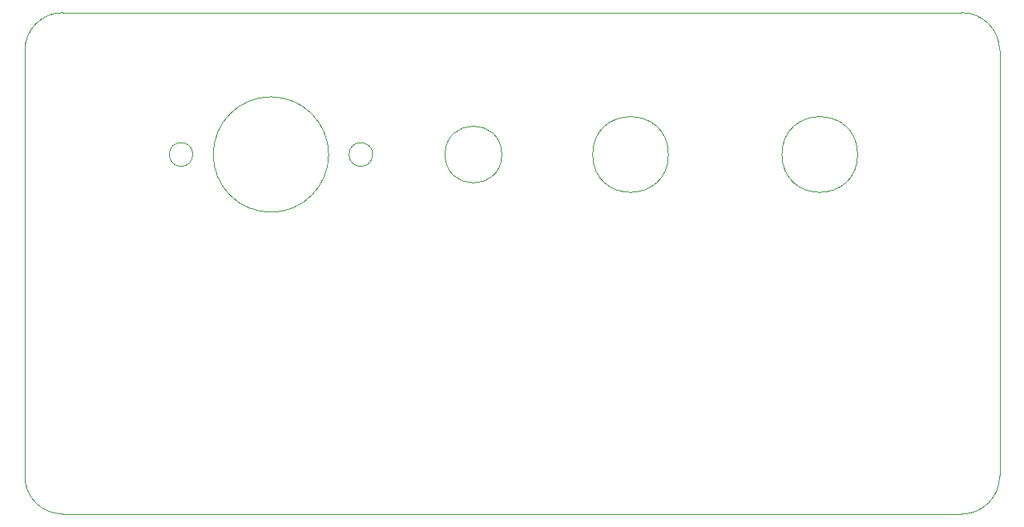
<source format=gbr>
G04 #@! TF.GenerationSoftware,KiCad,Pcbnew,(6.0.5)*
G04 #@! TF.CreationDate,2023-01-29T21:03:10+01:00*
G04 #@! TF.ProjectId,bplate,62706c61-7465-42e6-9b69-6361645f7063,0.8*
G04 #@! TF.SameCoordinates,Original*
G04 #@! TF.FileFunction,Profile,NP*
%FSLAX46Y46*%
G04 Gerber Fmt 4.6, Leading zero omitted, Abs format (unit mm)*
G04 Created by KiCad (PCBNEW (6.0.5)) date 2023-01-29 21:03:10*
%MOMM*%
%LPD*%
G01*
G04 APERTURE LIST*
G04 #@! TA.AperFunction,Profile*
%ADD10C,0.100000*%
G04 #@! TD*
G04 #@! TA.AperFunction,Profile*
%ADD11C,0.050000*%
G04 #@! TD*
G04 APERTURE END LIST*
D10*
X94000000Y-70000000D02*
X189000000Y-70000000D01*
D11*
X107750000Y-85000000D02*
G75*
G03*
X107750000Y-85000000I-1250000J0D01*
G01*
D10*
X193000000Y-74000000D02*
X193000000Y-119000000D01*
X94000000Y-70000000D02*
G75*
G03*
X90000000Y-74000000I30J-4000030D01*
G01*
X189000000Y-123000000D02*
G75*
G03*
X193000000Y-119000000I19900J3980100D01*
G01*
X189000000Y-123000000D02*
X94000000Y-123000000D01*
D11*
X178000000Y-85000000D02*
G75*
G03*
X178000000Y-85000000I-4000000J0D01*
G01*
D10*
X193000000Y-74000000D02*
G75*
G03*
X189000000Y-70000000I-4000000J0D01*
G01*
X90000000Y-119000000D02*
X90000000Y-74000000D01*
D11*
X158000000Y-85000000D02*
G75*
G03*
X158000000Y-85000000I-4000000J0D01*
G01*
X140400000Y-85000000D02*
G75*
G03*
X140400000Y-85000000I-3000000J0D01*
G01*
X122100000Y-85000000D02*
G75*
G03*
X122100000Y-85000000I-6100000J0D01*
G01*
X126750000Y-85000000D02*
G75*
G03*
X126750000Y-85000000I-1250000J0D01*
G01*
D10*
X90000000Y-119000000D02*
G75*
G03*
X94000000Y-123000000I3980100J-19900D01*
G01*
M02*

</source>
